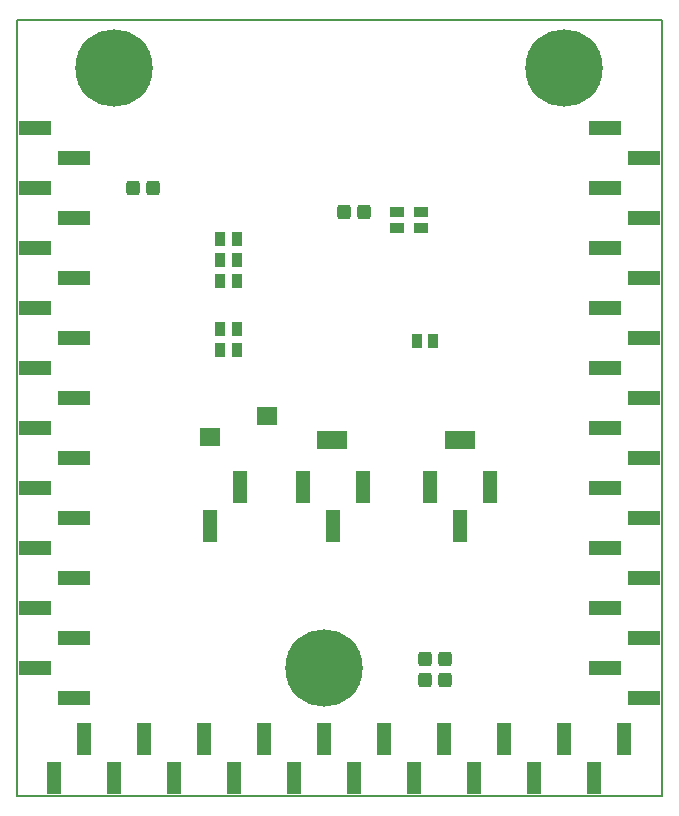
<source format=gbs>
G04*
G04 #@! TF.GenerationSoftware,Altium Limited,Altium Designer,20.2.6 (244)*
G04*
G04 Layer_Color=16711935*
%FSLAX25Y25*%
%MOIN*%
G70*
G04*
G04 #@! TF.SameCoordinates,39434470-8384-4B1D-BF7C-59D8A565AEB1*
G04*
G04*
G04 #@! TF.FilePolarity,Negative*
G04*
G01*
G75*
%ADD12C,0.00500*%
%ADD16C,0.25800*%
%ADD32R,0.07087X0.06299*%
%ADD33R,0.10236X0.06299*%
%ADD34R,0.10642X0.04737*%
%ADD35R,0.04737X0.10642*%
%ADD36R,0.04540X0.03753*%
G04:AMPARAMS|DCode=37|XSize=47.37mil|YSize=43.43mil|CornerRadius=8.43mil|HoleSize=0mil|Usage=FLASHONLY|Rotation=270.000|XOffset=0mil|YOffset=0mil|HoleType=Round|Shape=RoundedRectangle|*
%AMROUNDEDRECTD37*
21,1,0.04737,0.02657,0,0,270.0*
21,1,0.03051,0.04343,0,0,270.0*
1,1,0.01686,-0.01329,-0.01526*
1,1,0.01686,-0.01329,0.01526*
1,1,0.01686,0.01329,0.01526*
1,1,0.01686,0.01329,-0.01526*
%
%ADD37ROUNDEDRECTD37*%
%ADD38R,0.03753X0.04540*%
%ADD39R,0.03300X0.05800*%
D12*
X0Y0D02*
X215000D01*
X215000Y258500D02*
X215000Y0D01*
X-0Y258500D02*
X215000D01*
X-0D02*
X0Y0D01*
D16*
X102500Y42500D02*
D03*
X32500Y242500D02*
D03*
X182500D02*
D03*
D32*
X83500Y126500D02*
D03*
X64500Y119500D02*
D03*
D33*
X105047Y118500D02*
D03*
X147547D02*
D03*
D34*
X208996Y32500D02*
D03*
Y52500D02*
D03*
Y72500D02*
D03*
Y112500D02*
D03*
Y132500D02*
D03*
Y172500D02*
D03*
Y192500D02*
D03*
Y212500D02*
D03*
Y92500D02*
D03*
Y152500D02*
D03*
X6004Y42500D02*
D03*
Y82500D02*
D03*
Y122500D02*
D03*
Y162500D02*
D03*
Y202500D02*
D03*
X196004Y42500D02*
D03*
Y82500D02*
D03*
Y122500D02*
D03*
Y162500D02*
D03*
Y202500D02*
D03*
X6004Y62500D02*
D03*
Y102500D02*
D03*
Y142500D02*
D03*
Y182500D02*
D03*
Y222500D02*
D03*
X196004Y62500D02*
D03*
Y102500D02*
D03*
Y142500D02*
D03*
Y182500D02*
D03*
Y222500D02*
D03*
X18996Y52500D02*
D03*
Y32500D02*
D03*
Y72500D02*
D03*
Y112500D02*
D03*
Y132500D02*
D03*
Y172500D02*
D03*
Y212500D02*
D03*
Y192500D02*
D03*
Y92500D02*
D03*
Y152500D02*
D03*
D35*
X32500Y6004D02*
D03*
X72500D02*
D03*
X112500D02*
D03*
X152500D02*
D03*
X192500D02*
D03*
X12500D02*
D03*
X22500Y18996D02*
D03*
X52500Y6004D02*
D03*
X62500Y18996D02*
D03*
X82500D02*
D03*
X92500Y6004D02*
D03*
X122500Y18996D02*
D03*
X132500Y6004D02*
D03*
X142500Y18996D02*
D03*
X162500D02*
D03*
X172500Y6004D02*
D03*
X182500Y18996D02*
D03*
X42500D02*
D03*
X102500D02*
D03*
X202500D02*
D03*
X74500Y102996D02*
D03*
X64500Y90004D02*
D03*
X115500Y102996D02*
D03*
X95500D02*
D03*
X105500Y90004D02*
D03*
X157800Y102996D02*
D03*
X137800D02*
D03*
X147800Y90004D02*
D03*
D36*
X134800Y194656D02*
D03*
Y189144D02*
D03*
X126800Y194656D02*
D03*
Y189144D02*
D03*
D37*
X115746Y194600D02*
D03*
X109054D02*
D03*
X45346Y202500D02*
D03*
X38653D02*
D03*
X136153Y38500D02*
D03*
X142847D02*
D03*
X136153Y45500D02*
D03*
X142847D02*
D03*
D38*
X133244Y151500D02*
D03*
X138756D02*
D03*
X73256Y171500D02*
D03*
X67744D02*
D03*
X73256Y178500D02*
D03*
X67744D02*
D03*
X73256Y185500D02*
D03*
X67744D02*
D03*
X73256Y148500D02*
D03*
X67744D02*
D03*
X73256Y155500D02*
D03*
X67744D02*
D03*
D39*
X85122Y126500D02*
D03*
X81878D02*
D03*
X66122Y119500D02*
D03*
X62878D02*
D03*
X101755Y118500D02*
D03*
X105000D02*
D03*
X108243D02*
D03*
X144255D02*
D03*
X147500D02*
D03*
X150743D02*
D03*
M02*

</source>
